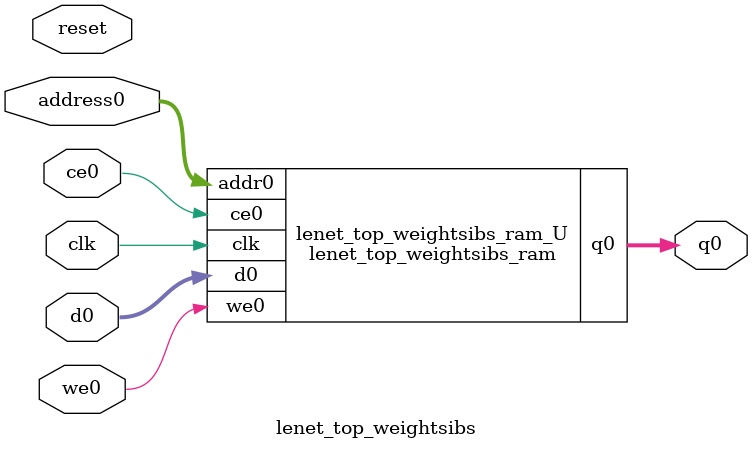
<source format=v>
`timescale 1 ns / 1 ps
module lenet_top_weightsibs_ram (addr0, ce0, d0, we0, q0,  clk);

parameter DWIDTH = 32;
parameter AWIDTH = 11;
parameter MEM_SIZE = 1200;

input[AWIDTH-1:0] addr0;
input ce0;
input[DWIDTH-1:0] d0;
input we0;
output reg[DWIDTH-1:0] q0;
input clk;

(* ram_style = "block" *)reg [DWIDTH-1:0] ram[0:MEM_SIZE-1];




always @(posedge clk)  
begin 
    if (ce0) 
    begin
        if (we0) 
        begin 
            ram[addr0] <= d0; 
        end 
        q0 <= ram[addr0];
    end
end


endmodule

`timescale 1 ns / 1 ps
module lenet_top_weightsibs(
    reset,
    clk,
    address0,
    ce0,
    we0,
    d0,
    q0);

parameter DataWidth = 32'd32;
parameter AddressRange = 32'd1200;
parameter AddressWidth = 32'd11;
input reset;
input clk;
input[AddressWidth - 1:0] address0;
input ce0;
input we0;
input[DataWidth - 1:0] d0;
output[DataWidth - 1:0] q0;



lenet_top_weightsibs_ram lenet_top_weightsibs_ram_U(
    .clk( clk ),
    .addr0( address0 ),
    .ce0( ce0 ),
    .we0( we0 ),
    .d0( d0 ),
    .q0( q0 ));

endmodule


</source>
